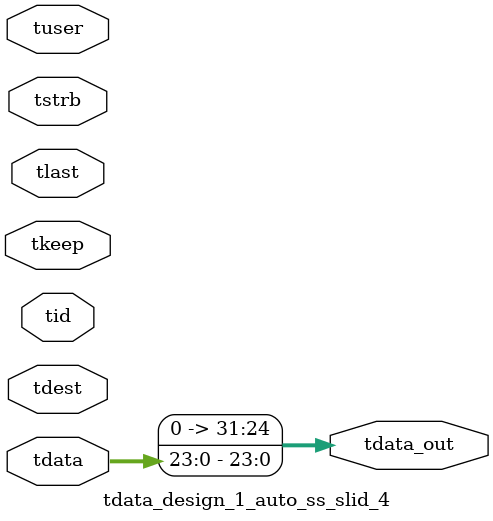
<source format=v>


`timescale 1ps/1ps

module tdata_design_1_auto_ss_slid_4 #
(
parameter C_S_AXIS_TDATA_WIDTH = 32,
parameter C_S_AXIS_TUSER_WIDTH = 0,
parameter C_S_AXIS_TID_WIDTH   = 0,
parameter C_S_AXIS_TDEST_WIDTH = 0,
parameter C_M_AXIS_TDATA_WIDTH = 32
)
(
input  [(C_S_AXIS_TDATA_WIDTH == 0 ? 1 : C_S_AXIS_TDATA_WIDTH)-1:0     ] tdata,
input  [(C_S_AXIS_TUSER_WIDTH == 0 ? 1 : C_S_AXIS_TUSER_WIDTH)-1:0     ] tuser,
input  [(C_S_AXIS_TID_WIDTH   == 0 ? 1 : C_S_AXIS_TID_WIDTH)-1:0       ] tid,
input  [(C_S_AXIS_TDEST_WIDTH == 0 ? 1 : C_S_AXIS_TDEST_WIDTH)-1:0     ] tdest,
input  [(C_S_AXIS_TDATA_WIDTH/8)-1:0 ] tkeep,
input  [(C_S_AXIS_TDATA_WIDTH/8)-1:0 ] tstrb,
input                                                                    tlast,
output [C_M_AXIS_TDATA_WIDTH-1:0] tdata_out
);

assign tdata_out = {tdata[23:0]};

endmodule


</source>
